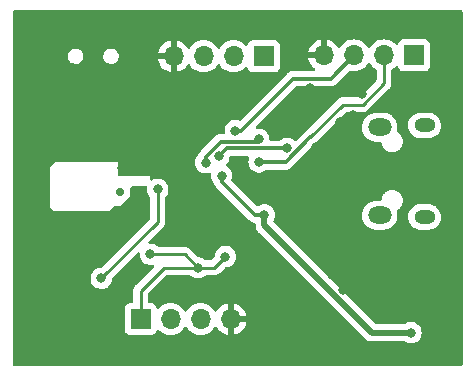
<source format=gbr>
%TF.GenerationSoftware,KiCad,Pcbnew,7.0.1*%
%TF.CreationDate,2024-04-05T01:09:51+05:30*%
%TF.ProjectId,stm32spi_new,73746d33-3273-4706-995f-6e65772e6b69,rev?*%
%TF.SameCoordinates,Original*%
%TF.FileFunction,Copper,L2,Bot*%
%TF.FilePolarity,Positive*%
%FSLAX46Y46*%
G04 Gerber Fmt 4.6, Leading zero omitted, Abs format (unit mm)*
G04 Created by KiCad (PCBNEW 7.0.1) date 2024-04-05 01:09:51*
%MOMM*%
%LPD*%
G01*
G04 APERTURE LIST*
%TA.AperFunction,ComponentPad*%
%ADD10O,1.700000X1.700000*%
%TD*%
%TA.AperFunction,ComponentPad*%
%ADD11R,1.700000X1.700000*%
%TD*%
%TA.AperFunction,ComponentPad*%
%ADD12O,1.800000X1.150000*%
%TD*%
%TA.AperFunction,ComponentPad*%
%ADD13O,2.000000X1.450000*%
%TD*%
%TA.AperFunction,ViaPad*%
%ADD14C,0.800000*%
%TD*%
%TA.AperFunction,ViaPad*%
%ADD15C,0.700000*%
%TD*%
%TA.AperFunction,Conductor*%
%ADD16C,0.250000*%
%TD*%
%TA.AperFunction,Conductor*%
%ADD17C,0.300000*%
%TD*%
%TA.AperFunction,Conductor*%
%ADD18C,0.500000*%
%TD*%
G04 APERTURE END LIST*
D10*
%TO.P,UART,4,Pin_4*%
%TO.N,GND*%
X154880000Y-91390000D03*
%TO.P,UART,3,Pin_3*%
%TO.N,/USART1_RX*%
X157420000Y-91390000D03*
%TO.P,UART,2,Pin_2*%
%TO.N,/USART1_TX*%
X159960000Y-91390000D03*
D11*
%TO.P,UART,1,Pin_1*%
%TO.N,3.3V*%
X162500000Y-91390000D03*
%TD*%
D12*
%TO.P,J1,6,Shield*%
%TO.N,unconnected-(J1-Shield-Pad6)*%
X176120000Y-104995000D03*
D13*
X172320000Y-104845000D03*
X172320000Y-97395000D03*
D12*
X176120000Y-97245000D03*
%TD*%
D10*
%TO.P,SWD,4,Pin_4*%
%TO.N,GND*%
X167600000Y-91310000D03*
%TO.P,SWD,3,Pin_3*%
%TO.N,/SWCLK*%
X170140000Y-91310000D03*
%TO.P,SWD,2,Pin_2*%
%TO.N,/SWDID*%
X172680000Y-91310000D03*
D11*
%TO.P,SWD,1,Pin_1*%
%TO.N,3.3V*%
X175220000Y-91310000D03*
%TD*%
D10*
%TO.P,I2C,4,Pin_4*%
%TO.N,GND*%
X159700000Y-113640000D03*
%TO.P,I2C,3,Pin_3*%
%TO.N,/I2C2_SDA*%
X157160000Y-113640000D03*
%TO.P,I2C,2,Pin_2*%
%TO.N,/I2C2_SCL*%
X154620000Y-113640000D03*
D11*
%TO.P,I2C,1,Pin_1*%
%TO.N,3.3V*%
X152080000Y-113640000D03*
%TD*%
D14*
%TO.N,3.3V*%
X159250000Y-108350000D03*
X156940000Y-109290000D03*
X152900000Y-108160000D03*
%TO.N,/NRST*%
X153527363Y-102659681D03*
X148740000Y-110190000D03*
%TO.N,VBUS*%
X174970000Y-114790000D03*
X162560000Y-104820000D03*
X158930000Y-101500000D03*
%TO.N,/SWDID*%
X162100000Y-100350000D03*
%TO.N,/SWCLK*%
X160090000Y-97690000D03*
%TO.N,CE*%
X158700000Y-99870000D03*
X164460000Y-99180000D03*
%TO.N,SCK*%
X162080000Y-98430500D03*
X157570000Y-100390000D03*
%TO.N,GND*%
X166910000Y-99040000D03*
X170060000Y-99820000D03*
X168970000Y-98170000D03*
X151810000Y-109450000D03*
X158590000Y-104750000D03*
X154340000Y-95990000D03*
X171080000Y-110030000D03*
X169720000Y-110030000D03*
X170800000Y-94550000D03*
X168260000Y-105250000D03*
D15*
X150345628Y-102865128D03*
D14*
X172400000Y-110270000D03*
X150490000Y-100820000D03*
X171080000Y-108860000D03*
X167030000Y-104750000D03*
X166380000Y-94040000D03*
X169210000Y-111140000D03*
X149250000Y-107250000D03*
X172400000Y-111740000D03*
X168950000Y-96950000D03*
X170090000Y-97530000D03*
X145380000Y-106970000D03*
X170100000Y-96350000D03*
X150340000Y-94330000D03*
X169720000Y-108870000D03*
X168330000Y-108630000D03*
X170080000Y-98750000D03*
X167990000Y-99040000D03*
X150350000Y-98060000D03*
X164890000Y-97090000D03*
X163470000Y-97090000D03*
X171190000Y-99820000D03*
X149180000Y-98070000D03*
X160810000Y-94070000D03*
X168320000Y-109950000D03*
X148540000Y-106720000D03*
X172390000Y-108850000D03*
%TD*%
D16*
%TO.N,3.3V*%
X154020000Y-109290000D02*
X152080000Y-111230000D01*
X152080000Y-111230000D02*
X152080000Y-113640000D01*
X156940000Y-109290000D02*
X158310000Y-109290000D01*
X158310000Y-109290000D02*
X159250000Y-108350000D01*
X156940000Y-109290000D02*
X154020000Y-109290000D01*
X156940000Y-109290000D02*
X155810000Y-108160000D01*
X155810000Y-108160000D02*
X152900000Y-108160000D01*
%TO.N,/NRST*%
X153527363Y-102659681D02*
X153527363Y-105402637D01*
X153527363Y-105402637D02*
X148740000Y-110190000D01*
D17*
%TO.N,VBUS*%
X158930000Y-101500000D02*
X158930000Y-102000000D01*
D18*
X162560000Y-105692082D02*
X171657918Y-114790000D01*
D17*
X158930000Y-102000000D02*
X161750000Y-104820000D01*
D18*
X171657918Y-114790000D02*
X174970000Y-114790000D01*
D17*
X161750000Y-104820000D02*
X162560000Y-104820000D01*
D18*
X162560000Y-104820000D02*
X162560000Y-105692082D01*
D16*
%TO.N,/SWDID*%
X172680000Y-91310000D02*
X172680000Y-93695305D01*
X172680000Y-93695305D02*
X170895305Y-95480000D01*
X170895305Y-95480000D02*
X169220661Y-95480000D01*
D17*
X166455000Y-98245661D02*
X164350661Y-100350000D01*
D16*
X169220661Y-95480000D02*
X166455000Y-98245661D01*
D17*
X164350661Y-100350000D02*
X162100000Y-100350000D01*
%TO.N,/SWCLK*%
X164980000Y-93290000D02*
X168160000Y-93290000D01*
X160580000Y-97690000D02*
X164980000Y-93290000D01*
X168160000Y-93290000D02*
X170140000Y-91310000D01*
X160090000Y-97690000D02*
X160580000Y-97690000D01*
%TO.N,CE*%
X158700000Y-99870000D02*
X159390000Y-99180000D01*
X159390000Y-99180000D02*
X164460000Y-99180000D01*
%TO.N,SCK*%
X157570000Y-100390000D02*
X157570000Y-99939339D01*
X157570000Y-99939339D02*
X158899339Y-98610000D01*
X158899339Y-98610000D02*
X162080000Y-98610000D01*
X162080000Y-98610000D02*
X162080000Y-98430500D01*
%TD*%
%TA.AperFunction,Conductor*%
%TO.N,GND*%
G36*
X171467257Y-91956975D02*
G01*
X171511573Y-91995839D01*
X171641505Y-92181401D01*
X171808599Y-92348495D01*
X172001625Y-92483653D01*
X172040489Y-92527970D01*
X172054500Y-92585227D01*
X172054500Y-93384853D01*
X172045061Y-93432306D01*
X172018181Y-93472534D01*
X170672533Y-94818181D01*
X170632305Y-94845061D01*
X170584852Y-94854500D01*
X169303401Y-94854500D01*
X169282897Y-94852236D01*
X169212805Y-94854439D01*
X169208911Y-94854500D01*
X169181309Y-94854500D01*
X169177314Y-94855004D01*
X169165690Y-94855918D01*
X169122033Y-94857290D01*
X169102796Y-94862879D01*
X169083755Y-94866822D01*
X169063869Y-94869335D01*
X169023243Y-94885419D01*
X169012198Y-94889200D01*
X168970274Y-94901381D01*
X168953026Y-94911581D01*
X168935564Y-94920135D01*
X168923576Y-94924881D01*
X168916926Y-94927515D01*
X168881587Y-94953189D01*
X168871829Y-94959599D01*
X168834240Y-94981829D01*
X168820071Y-94995998D01*
X168805283Y-95008628D01*
X168789074Y-95020405D01*
X168761233Y-95054058D01*
X168753372Y-95062696D01*
X166150738Y-97665330D01*
X166126179Y-97684380D01*
X166053134Y-97727579D01*
X165256689Y-98524024D01*
X165199005Y-98556660D01*
X165132752Y-98554924D01*
X165076857Y-98519314D01*
X165065871Y-98507112D01*
X165065870Y-98507111D01*
X165065868Y-98507109D01*
X164912730Y-98395848D01*
X164739802Y-98318855D01*
X164554648Y-98279500D01*
X164554646Y-98279500D01*
X164365354Y-98279500D01*
X164365352Y-98279500D01*
X164180197Y-98318855D01*
X164007272Y-98395847D01*
X163940537Y-98444332D01*
X163855907Y-98505819D01*
X163821343Y-98523431D01*
X163783025Y-98529500D01*
X163107515Y-98529500D01*
X163049300Y-98514985D01*
X163004714Y-98474840D01*
X162984194Y-98418463D01*
X162965674Y-98242244D01*
X162916830Y-98091919D01*
X162907179Y-98062215D01*
X162812533Y-97898283D01*
X162685870Y-97757610D01*
X162532730Y-97646348D01*
X162359802Y-97569355D01*
X162174648Y-97530000D01*
X162174646Y-97530000D01*
X161985354Y-97530000D01*
X161985350Y-97530000D01*
X161981571Y-97530803D01*
X161918710Y-97527837D01*
X161865401Y-97494394D01*
X161835374Y-97439088D01*
X161836363Y-97376165D01*
X161868112Y-97321833D01*
X165213126Y-93976819D01*
X165253355Y-93949939D01*
X165300808Y-93940500D01*
X168074495Y-93940500D01*
X168095704Y-93942841D01*
X168098294Y-93942759D01*
X168098296Y-93942760D01*
X168168262Y-93940560D01*
X168172157Y-93940500D01*
X168200920Y-93940500D01*
X168200925Y-93940500D01*
X168205302Y-93939946D01*
X168216941Y-93939030D01*
X168262569Y-93937597D01*
X168282949Y-93931675D01*
X168301989Y-93927732D01*
X168323058Y-93925071D01*
X168365520Y-93908258D01*
X168376557Y-93904480D01*
X168420398Y-93891744D01*
X168438670Y-93880936D01*
X168456136Y-93872380D01*
X168475871Y-93864568D01*
X168512816Y-93837725D01*
X168522548Y-93831332D01*
X168561865Y-93808081D01*
X168576874Y-93793071D01*
X168591663Y-93780439D01*
X168608837Y-93767963D01*
X168637946Y-93732774D01*
X168645790Y-93724154D01*
X169712237Y-92657707D01*
X169767822Y-92625615D01*
X169832009Y-92625615D01*
X169888622Y-92640784D01*
X169904592Y-92645063D01*
X170140000Y-92665659D01*
X170375408Y-92645063D01*
X170603663Y-92583903D01*
X170817830Y-92484035D01*
X171011401Y-92348495D01*
X171178495Y-92181401D01*
X171308426Y-91995839D01*
X171352743Y-91956975D01*
X171410000Y-91942964D01*
X171467257Y-91956975D01*
G37*
%TD.AperFunction*%
%TA.AperFunction,Conductor*%
G36*
X179277500Y-87497113D02*
G01*
X179322887Y-87542500D01*
X179339500Y-87604500D01*
X179339500Y-117510500D01*
X179322887Y-117572500D01*
X179277500Y-117617887D01*
X179215500Y-117634500D01*
X141404500Y-117634500D01*
X141342500Y-117617887D01*
X141297113Y-117572500D01*
X141280500Y-117510500D01*
X141280500Y-104170000D01*
X144420000Y-104170000D01*
X144760000Y-104510000D01*
X149360000Y-104510000D01*
X149723681Y-104146318D01*
X149763909Y-104119439D01*
X149811362Y-104110000D01*
X150310000Y-104110000D01*
X151180000Y-103240000D01*
X151180000Y-102641362D01*
X151189439Y-102593909D01*
X151216319Y-102553681D01*
X151373681Y-102396319D01*
X151413909Y-102369439D01*
X151461362Y-102360000D01*
X152515685Y-102360000D01*
X152581395Y-102378842D01*
X152627135Y-102429642D01*
X152639005Y-102496958D01*
X152633044Y-102553681D01*
X152621903Y-102659681D01*
X152641689Y-102847938D01*
X152700183Y-103027965D01*
X152794827Y-103191894D01*
X152794830Y-103191897D01*
X152870015Y-103275398D01*
X152893627Y-103313930D01*
X152901863Y-103358368D01*
X152901863Y-105092185D01*
X152892424Y-105139638D01*
X152865544Y-105179866D01*
X148792228Y-109253181D01*
X148752000Y-109280061D01*
X148704547Y-109289500D01*
X148645352Y-109289500D01*
X148460197Y-109328855D01*
X148287269Y-109405848D01*
X148134129Y-109517110D01*
X148007466Y-109657783D01*
X147912820Y-109821715D01*
X147854326Y-110001742D01*
X147834540Y-110190000D01*
X147854326Y-110378257D01*
X147912820Y-110558284D01*
X148007466Y-110722216D01*
X148134129Y-110862889D01*
X148287269Y-110974151D01*
X148460197Y-111051144D01*
X148645352Y-111090500D01*
X148645354Y-111090500D01*
X148834646Y-111090500D01*
X148834648Y-111090500D01*
X148958084Y-111064262D01*
X149019803Y-111051144D01*
X149192730Y-110974151D01*
X149282315Y-110909064D01*
X149345870Y-110862889D01*
X149472533Y-110722216D01*
X149567179Y-110558284D01*
X149567178Y-110558284D01*
X149625674Y-110378256D01*
X149643321Y-110210344D01*
X149654721Y-110169925D01*
X149678958Y-110135630D01*
X151786864Y-108027724D01*
X151838703Y-107996700D01*
X151899052Y-107993853D01*
X151953582Y-108019862D01*
X151989350Y-108068553D01*
X151997864Y-108128366D01*
X151994540Y-108159997D01*
X151994540Y-108160000D01*
X152009379Y-108301192D01*
X152014326Y-108348257D01*
X152072820Y-108528284D01*
X152167466Y-108692216D01*
X152294129Y-108832889D01*
X152447269Y-108944151D01*
X152620197Y-109021144D01*
X152805352Y-109060500D01*
X152805354Y-109060500D01*
X152994646Y-109060500D01*
X152994647Y-109060500D01*
X153055384Y-109047590D01*
X153118246Y-109050554D01*
X153171557Y-109083996D01*
X153201586Y-109139302D01*
X153200597Y-109202226D01*
X153168846Y-109256561D01*
X151696208Y-110729199D01*
X151680110Y-110742096D01*
X151632096Y-110793225D01*
X151629391Y-110796017D01*
X151609874Y-110815534D01*
X151607415Y-110818705D01*
X151599842Y-110827572D01*
X151569935Y-110859420D01*
X151560285Y-110876974D01*
X151549609Y-110893228D01*
X151537326Y-110909063D01*
X151519975Y-110949158D01*
X151514838Y-110959644D01*
X151493802Y-110997907D01*
X151488821Y-111017309D01*
X151482520Y-111035711D01*
X151474561Y-111054102D01*
X151467728Y-111097242D01*
X151465360Y-111108674D01*
X151454500Y-111150978D01*
X151454500Y-111171016D01*
X151452973Y-111190415D01*
X151449840Y-111210194D01*
X151453950Y-111253675D01*
X151454500Y-111265344D01*
X151454500Y-112165501D01*
X151437887Y-112227501D01*
X151392500Y-112272888D01*
X151330500Y-112289501D01*
X151182128Y-112289501D01*
X151152322Y-112292704D01*
X151122515Y-112295909D01*
X150987669Y-112346204D01*
X150872454Y-112432454D01*
X150786204Y-112547668D01*
X150735909Y-112682516D01*
X150729500Y-112742130D01*
X150729500Y-114537869D01*
X150735909Y-114597484D01*
X150737498Y-114601744D01*
X150786204Y-114732331D01*
X150872454Y-114847546D01*
X150987669Y-114933796D01*
X151122517Y-114984091D01*
X151182127Y-114990500D01*
X152977872Y-114990499D01*
X153037483Y-114984091D01*
X153172331Y-114933796D01*
X153287546Y-114847546D01*
X153373796Y-114732331D01*
X153422810Y-114600916D01*
X153457789Y-114550537D01*
X153512634Y-114523084D01*
X153573927Y-114525273D01*
X153626673Y-114556569D01*
X153748599Y-114678495D01*
X153942170Y-114814035D01*
X154156337Y-114913903D01*
X154384592Y-114975063D01*
X154620000Y-114995659D01*
X154855408Y-114975063D01*
X155083663Y-114913903D01*
X155297830Y-114814035D01*
X155491401Y-114678495D01*
X155658495Y-114511401D01*
X155788426Y-114325839D01*
X155832743Y-114286975D01*
X155890000Y-114272964D01*
X155947257Y-114286975D01*
X155991573Y-114325839D01*
X156121505Y-114511401D01*
X156288599Y-114678495D01*
X156482170Y-114814035D01*
X156696337Y-114913903D01*
X156924592Y-114975063D01*
X157160000Y-114995659D01*
X157395408Y-114975063D01*
X157623663Y-114913903D01*
X157837830Y-114814035D01*
X158031401Y-114678495D01*
X158198495Y-114511401D01*
X158328732Y-114325402D01*
X158373048Y-114286539D01*
X158430305Y-114272528D01*
X158487562Y-114286539D01*
X158531880Y-114325404D01*
X158661893Y-114511081D01*
X158828918Y-114678106D01*
X159022423Y-114813600D01*
X159236507Y-114913430D01*
X159449999Y-114970635D01*
X159450000Y-114970636D01*
X159450000Y-113890000D01*
X159950000Y-113890000D01*
X159950000Y-114970635D01*
X160163492Y-114913430D01*
X160377576Y-114813600D01*
X160571081Y-114678106D01*
X160738106Y-114511081D01*
X160873600Y-114317576D01*
X160973430Y-114103492D01*
X161030636Y-113890000D01*
X159950000Y-113890000D01*
X159450000Y-113890000D01*
X159450000Y-112309364D01*
X159950000Y-112309364D01*
X159950000Y-113390000D01*
X161030636Y-113390000D01*
X161030635Y-113389999D01*
X160973430Y-113176507D01*
X160873599Y-112962421D01*
X160738109Y-112768921D01*
X160571081Y-112601893D01*
X160377576Y-112466399D01*
X160163492Y-112366569D01*
X159950000Y-112309364D01*
X159450000Y-112309364D01*
X159449999Y-112309364D01*
X159236507Y-112366569D01*
X159022421Y-112466400D01*
X158828921Y-112601890D01*
X158661893Y-112768918D01*
X158531880Y-112954596D01*
X158487562Y-112993461D01*
X158430305Y-113007472D01*
X158373048Y-112993461D01*
X158328730Y-112954595D01*
X158198494Y-112768598D01*
X158031404Y-112601508D01*
X158031401Y-112601505D01*
X157837830Y-112465965D01*
X157623663Y-112366097D01*
X157562501Y-112349709D01*
X157395407Y-112304936D01*
X157160000Y-112284340D01*
X156924592Y-112304936D01*
X156696336Y-112366097D01*
X156482170Y-112465965D01*
X156288598Y-112601505D01*
X156121505Y-112768598D01*
X155991575Y-112954159D01*
X155947257Y-112993025D01*
X155890000Y-113007036D01*
X155832743Y-112993025D01*
X155788425Y-112954159D01*
X155658494Y-112768598D01*
X155491404Y-112601508D01*
X155491401Y-112601505D01*
X155297830Y-112465965D01*
X155083663Y-112366097D01*
X155022501Y-112349709D01*
X154855407Y-112304936D01*
X154620000Y-112284340D01*
X154384592Y-112304936D01*
X154156336Y-112366097D01*
X153942170Y-112465965D01*
X153748601Y-112601503D01*
X153626673Y-112723431D01*
X153573926Y-112754726D01*
X153512634Y-112756915D01*
X153457789Y-112729462D01*
X153422810Y-112679082D01*
X153394019Y-112601890D01*
X153373796Y-112547669D01*
X153287546Y-112432454D01*
X153172331Y-112346204D01*
X153037483Y-112295909D01*
X152977873Y-112289500D01*
X152977869Y-112289500D01*
X152829500Y-112289500D01*
X152767500Y-112272887D01*
X152722113Y-112227500D01*
X152705500Y-112165500D01*
X152705500Y-111540452D01*
X152714939Y-111492999D01*
X152741819Y-111452771D01*
X154242772Y-109951819D01*
X154283000Y-109924939D01*
X154330453Y-109915500D01*
X156236253Y-109915500D01*
X156286688Y-109926220D01*
X156328401Y-109956526D01*
X156334129Y-109962888D01*
X156487270Y-110074151D01*
X156487271Y-110074151D01*
X156487272Y-110074152D01*
X156660197Y-110151144D01*
X156845352Y-110190500D01*
X156845354Y-110190500D01*
X157034646Y-110190500D01*
X157034648Y-110190500D01*
X157158084Y-110164262D01*
X157219803Y-110151144D01*
X157392730Y-110074151D01*
X157545871Y-109962888D01*
X157551598Y-109956526D01*
X157593312Y-109926220D01*
X157643747Y-109915500D01*
X158227256Y-109915500D01*
X158247762Y-109917764D01*
X158250665Y-109917672D01*
X158250667Y-109917673D01*
X158317872Y-109915561D01*
X158321768Y-109915500D01*
X158349349Y-109915500D01*
X158349350Y-109915500D01*
X158353319Y-109914998D01*
X158364965Y-109914080D01*
X158408627Y-109912709D01*
X158427859Y-109907120D01*
X158446918Y-109903174D01*
X158453196Y-109902381D01*
X158466792Y-109900664D01*
X158507407Y-109884582D01*
X158518444Y-109880803D01*
X158560390Y-109868618D01*
X158577629Y-109858422D01*
X158595102Y-109849862D01*
X158613732Y-109842486D01*
X158649064Y-109816814D01*
X158658830Y-109810400D01*
X158696418Y-109788171D01*
X158696417Y-109788171D01*
X158696420Y-109788170D01*
X158710585Y-109774004D01*
X158725373Y-109761373D01*
X158741587Y-109749594D01*
X158769438Y-109715926D01*
X158777279Y-109707309D01*
X159197770Y-109286819D01*
X159237999Y-109259939D01*
X159285452Y-109250500D01*
X159344648Y-109250500D01*
X159468083Y-109224262D01*
X159529803Y-109211144D01*
X159702730Y-109134151D01*
X159771763Y-109083996D01*
X159855870Y-109022889D01*
X159982533Y-108882216D01*
X160077179Y-108718284D01*
X160085649Y-108692216D01*
X160135674Y-108538256D01*
X160155460Y-108350000D01*
X160135674Y-108161744D01*
X160092129Y-108027726D01*
X160077179Y-107981715D01*
X159982533Y-107817783D01*
X159855870Y-107677110D01*
X159702730Y-107565848D01*
X159529802Y-107488855D01*
X159344648Y-107449500D01*
X159344646Y-107449500D01*
X159155354Y-107449500D01*
X159155352Y-107449500D01*
X158970197Y-107488855D01*
X158797269Y-107565848D01*
X158644129Y-107677110D01*
X158517466Y-107817783D01*
X158422820Y-107981715D01*
X158364326Y-108161742D01*
X158346679Y-108329650D01*
X158335279Y-108370071D01*
X158311039Y-108404369D01*
X158087228Y-108628181D01*
X158047000Y-108655061D01*
X157999547Y-108664500D01*
X157643747Y-108664500D01*
X157593312Y-108653780D01*
X157551598Y-108623473D01*
X157545871Y-108617112D01*
X157392730Y-108505849D01*
X157392729Y-108505848D01*
X157392727Y-108505847D01*
X157219802Y-108428855D01*
X157034648Y-108389500D01*
X157034646Y-108389500D01*
X156975453Y-108389500D01*
X156928000Y-108380061D01*
X156887772Y-108353181D01*
X156310802Y-107776211D01*
X156297906Y-107760113D01*
X156246775Y-107712098D01*
X156243978Y-107709387D01*
X156224470Y-107689879D01*
X156221290Y-107687412D01*
X156212424Y-107679839D01*
X156180582Y-107649938D01*
X156163024Y-107640285D01*
X156146764Y-107629604D01*
X156130936Y-107617327D01*
X156090851Y-107599980D01*
X156080361Y-107594841D01*
X156042091Y-107573802D01*
X156022691Y-107568821D01*
X156004284Y-107562519D01*
X155985897Y-107554562D01*
X155942758Y-107547729D01*
X155931324Y-107545361D01*
X155889019Y-107534500D01*
X155868984Y-107534500D01*
X155849586Y-107532973D01*
X155842162Y-107531797D01*
X155829805Y-107529840D01*
X155829804Y-107529840D01*
X155796751Y-107532964D01*
X155786325Y-107533950D01*
X155774656Y-107534500D01*
X153603747Y-107534500D01*
X153553312Y-107523780D01*
X153511598Y-107493473D01*
X153505871Y-107487112D01*
X153352730Y-107375849D01*
X153352729Y-107375848D01*
X153352727Y-107375847D01*
X153179802Y-107298855D01*
X152994648Y-107259500D01*
X152994646Y-107259500D01*
X152854451Y-107259500D01*
X152798156Y-107245985D01*
X152754133Y-107208385D01*
X152731978Y-107154898D01*
X152736520Y-107097182D01*
X152766770Y-107047819D01*
X152766770Y-107047818D01*
X153911149Y-105903439D01*
X153927250Y-105890541D01*
X153929237Y-105888424D01*
X153929240Y-105888423D01*
X153975295Y-105839378D01*
X153977976Y-105836613D01*
X153997483Y-105817107D01*
X153999944Y-105813932D01*
X154007515Y-105805068D01*
X154037425Y-105773219D01*
X154047076Y-105755663D01*
X154057756Y-105739404D01*
X154070037Y-105723573D01*
X154087381Y-105683488D01*
X154092523Y-105672993D01*
X154094111Y-105670105D01*
X154113560Y-105634729D01*
X154118541Y-105615325D01*
X154124843Y-105596920D01*
X154132801Y-105578532D01*
X154139633Y-105535385D01*
X154142002Y-105523953D01*
X154152863Y-105481657D01*
X154152863Y-105461621D01*
X154154390Y-105442222D01*
X154154551Y-105441208D01*
X154157523Y-105422441D01*
X154153413Y-105378962D01*
X154152863Y-105367293D01*
X154152863Y-103358368D01*
X154161099Y-103313930D01*
X154184710Y-103275398D01*
X154259896Y-103191897D01*
X154274115Y-103167270D01*
X154354542Y-103027965D01*
X154369355Y-102982376D01*
X154413037Y-102847937D01*
X154432823Y-102659681D01*
X154413037Y-102471425D01*
X154362494Y-102315871D01*
X154354542Y-102291396D01*
X154259896Y-102127464D01*
X154133233Y-101986791D01*
X153980093Y-101875529D01*
X153807165Y-101798536D01*
X153622011Y-101759181D01*
X153622009Y-101759181D01*
X153432717Y-101759181D01*
X153432715Y-101759181D01*
X153247560Y-101798536D01*
X153074632Y-101875529D01*
X153056886Y-101888423D01*
X152993730Y-101911724D01*
X152927706Y-101898591D01*
X152878273Y-101852896D01*
X152860000Y-101788106D01*
X152860000Y-101570001D01*
X152859999Y-101569999D01*
X152850000Y-101560000D01*
X150304000Y-101560000D01*
X150242000Y-101543387D01*
X150196613Y-101498000D01*
X150180000Y-101436000D01*
X150180000Y-100390000D01*
X156664540Y-100390000D01*
X156684326Y-100578257D01*
X156742820Y-100758284D01*
X156837466Y-100922216D01*
X156964129Y-101062889D01*
X157117269Y-101174151D01*
X157290197Y-101251144D01*
X157475352Y-101290500D01*
X157475354Y-101290500D01*
X157664646Y-101290500D01*
X157664648Y-101290500D01*
X157849800Y-101251145D01*
X157849801Y-101251144D01*
X157849803Y-101251144D01*
X157864350Y-101244666D01*
X157927747Y-101234625D01*
X157987671Y-101257627D01*
X158028066Y-101307510D01*
X158038108Y-101370907D01*
X158024540Y-101499999D01*
X158044326Y-101688257D01*
X158102820Y-101868284D01*
X158197466Y-102032215D01*
X158265605Y-102107890D01*
X158286201Y-102139243D01*
X158288869Y-102148611D01*
X158289163Y-102148495D01*
X158311737Y-102205514D01*
X158315520Y-102216563D01*
X158328256Y-102260400D01*
X158339061Y-102278670D01*
X158347621Y-102296143D01*
X158355431Y-102315869D01*
X158382267Y-102352808D01*
X158388673Y-102362560D01*
X158411919Y-102401865D01*
X158411921Y-102401866D01*
X158411921Y-102401867D01*
X158426925Y-102416871D01*
X158439564Y-102431669D01*
X158452037Y-102448837D01*
X158487212Y-102477936D01*
X158495854Y-102485800D01*
X161229564Y-105219510D01*
X161242912Y-105236169D01*
X161295831Y-105285864D01*
X161298628Y-105288575D01*
X161318961Y-105308908D01*
X161322442Y-105311608D01*
X161331325Y-105319194D01*
X161364607Y-105350448D01*
X161375251Y-105356299D01*
X161383204Y-105360672D01*
X161399464Y-105371352D01*
X161416236Y-105384362D01*
X161458140Y-105402495D01*
X161468620Y-105407629D01*
X161508632Y-105429627D01*
X161529195Y-105434906D01*
X161547598Y-105441207D01*
X161567073Y-105449635D01*
X161612175Y-105456778D01*
X161623570Y-105459137D01*
X161667823Y-105470500D01*
X161685500Y-105470500D01*
X161747500Y-105487113D01*
X161792887Y-105532500D01*
X161809500Y-105594500D01*
X161809500Y-105628376D01*
X161808191Y-105646346D01*
X161804711Y-105670105D01*
X161809028Y-105719451D01*
X161809500Y-105730258D01*
X161809500Y-105735790D01*
X161813098Y-105766578D01*
X161813464Y-105770163D01*
X161817571Y-105817110D01*
X161820110Y-105846123D01*
X161824329Y-105865153D01*
X161824758Y-105866333D01*
X161824759Y-105866337D01*
X161850413Y-105936824D01*
X161851582Y-105940189D01*
X161875580Y-106012606D01*
X161884075Y-106030154D01*
X161925979Y-106093866D01*
X161927889Y-106096864D01*
X161967288Y-106160738D01*
X161967952Y-106161814D01*
X161980253Y-106176912D01*
X161981168Y-106177775D01*
X161981170Y-106177778D01*
X162035708Y-106229232D01*
X162038295Y-106231745D01*
X171082187Y-115275637D01*
X171093969Y-115289270D01*
X171108307Y-115308529D01*
X171146255Y-115340372D01*
X171154229Y-115347680D01*
X171158139Y-115351590D01*
X171182455Y-115370816D01*
X171185254Y-115373096D01*
X171243670Y-115422113D01*
X171260097Y-115432578D01*
X171329238Y-115464819D01*
X171332485Y-115466391D01*
X171400617Y-115500609D01*
X171419005Y-115507000D01*
X171420241Y-115507255D01*
X171420245Y-115507257D01*
X171493813Y-115522447D01*
X171497160Y-115523189D01*
X171570197Y-115540500D01*
X171570199Y-115540500D01*
X171571427Y-115540791D01*
X171590796Y-115542770D01*
X171592058Y-115542733D01*
X171592062Y-115542734D01*
X171664451Y-115540627D01*
X171667049Y-115540552D01*
X171670655Y-115540500D01*
X174430663Y-115540500D01*
X174468982Y-115546569D01*
X174503550Y-115564183D01*
X174517271Y-115574152D01*
X174690197Y-115651144D01*
X174875352Y-115690500D01*
X174875354Y-115690500D01*
X175064646Y-115690500D01*
X175064648Y-115690500D01*
X175188084Y-115664262D01*
X175249803Y-115651144D01*
X175422730Y-115574151D01*
X175460694Y-115546569D01*
X175575870Y-115462889D01*
X175702533Y-115322216D01*
X175797179Y-115158284D01*
X175850019Y-114995659D01*
X175855674Y-114978256D01*
X175875460Y-114790000D01*
X175855674Y-114601744D01*
X175797179Y-114421716D01*
X175797179Y-114421715D01*
X175702533Y-114257783D01*
X175575870Y-114117110D01*
X175422730Y-114005848D01*
X175249802Y-113928855D01*
X175064648Y-113889500D01*
X175064646Y-113889500D01*
X174875354Y-113889500D01*
X174875352Y-113889500D01*
X174690197Y-113928855D01*
X174517271Y-114005847D01*
X174503550Y-114015817D01*
X174468982Y-114033431D01*
X174430663Y-114039500D01*
X172020148Y-114039500D01*
X171972695Y-114030061D01*
X171932467Y-114003181D01*
X163355775Y-105426489D01*
X163326934Y-105381218D01*
X163319928Y-105328000D01*
X163336067Y-105276811D01*
X163387179Y-105188284D01*
X163445674Y-105008256D01*
X163457031Y-104900202D01*
X170815785Y-104900202D01*
X170845397Y-105118803D01*
X170909208Y-105315195D01*
X170913564Y-105328599D01*
X171018097Y-105522853D01*
X171135527Y-105670105D01*
X171155635Y-105695320D01*
X171321758Y-105840457D01*
X171511126Y-105953600D01*
X171717653Y-106031111D01*
X171934702Y-106070500D01*
X171934703Y-106070500D01*
X172650029Y-106070500D01*
X172650032Y-106070500D01*
X172814706Y-106055679D01*
X173027350Y-105996993D01*
X173226098Y-105901281D01*
X173404563Y-105771619D01*
X173557007Y-105612175D01*
X173678531Y-105428073D01*
X173743185Y-105276807D01*
X173765230Y-105225232D01*
X173784766Y-105139638D01*
X173814317Y-105010168D01*
X173817307Y-104943593D01*
X174715832Y-104943593D01*
X174725605Y-105148756D01*
X174774029Y-105348362D01*
X174811141Y-105429627D01*
X174859354Y-105535199D01*
X174955421Y-105670105D01*
X174978494Y-105702506D01*
X175127146Y-105844245D01*
X175219946Y-105903884D01*
X175297304Y-105953600D01*
X175299936Y-105955291D01*
X175490618Y-106031629D01*
X175692302Y-106070500D01*
X176496227Y-106070500D01*
X176496232Y-106070500D01*
X176649466Y-106055868D01*
X176846541Y-105998001D01*
X177029104Y-105903884D01*
X177190556Y-105776916D01*
X177325061Y-105621689D01*
X177427759Y-105443811D01*
X177494937Y-105249712D01*
X177524168Y-105046407D01*
X177514395Y-104841244D01*
X177465971Y-104641638D01*
X177380647Y-104454804D01*
X177380646Y-104454803D01*
X177380645Y-104454800D01*
X177282487Y-104316958D01*
X177261506Y-104287494D01*
X177112854Y-104145755D01*
X177050769Y-104105855D01*
X176940065Y-104034709D01*
X176750593Y-103958856D01*
X176749382Y-103958371D01*
X176749381Y-103958370D01*
X176749379Y-103958370D01*
X176547698Y-103919500D01*
X175743768Y-103919500D01*
X175647996Y-103928644D01*
X175590531Y-103934132D01*
X175393460Y-103991998D01*
X175210893Y-104086117D01*
X175049445Y-104213082D01*
X174914937Y-104368312D01*
X174812241Y-104546187D01*
X174745062Y-104740287D01*
X174722070Y-104900204D01*
X174715832Y-104943593D01*
X173817307Y-104943593D01*
X173824214Y-104789796D01*
X173794603Y-104571198D01*
X173783904Y-104538270D01*
X173778513Y-104486990D01*
X173794446Y-104437951D01*
X173828944Y-104399635D01*
X173855876Y-104380068D01*
X173866734Y-104373018D01*
X173902216Y-104352533D01*
X173932654Y-104325125D01*
X173942740Y-104316958D01*
X173975871Y-104292888D01*
X174003284Y-104262441D01*
X174012441Y-104253284D01*
X174042888Y-104225871D01*
X174066958Y-104192739D01*
X174075125Y-104182654D01*
X174102533Y-104152216D01*
X174123018Y-104116734D01*
X174130071Y-104105872D01*
X174154151Y-104072730D01*
X174170811Y-104035307D01*
X174176700Y-104023753D01*
X174197179Y-103988284D01*
X174206740Y-103958855D01*
X174209836Y-103949324D01*
X174214477Y-103937234D01*
X174231144Y-103899803D01*
X174239658Y-103859741D01*
X174243012Y-103847220D01*
X174255674Y-103808256D01*
X174259956Y-103767503D01*
X174261980Y-103754726D01*
X174270500Y-103714646D01*
X174270500Y-103673692D01*
X174271179Y-103660731D01*
X174275460Y-103620000D01*
X174271178Y-103579267D01*
X174270500Y-103566308D01*
X174270500Y-103525354D01*
X174261986Y-103485300D01*
X174259955Y-103472485D01*
X174255674Y-103431744D01*
X174243014Y-103392782D01*
X174239660Y-103380267D01*
X174231144Y-103340197D01*
X174214483Y-103302778D01*
X174209831Y-103290658D01*
X174197179Y-103251717D01*
X174197179Y-103251716D01*
X174176696Y-103216239D01*
X174170805Y-103204677D01*
X174165114Y-103191894D01*
X174154151Y-103167270D01*
X174130078Y-103134136D01*
X174123015Y-103123260D01*
X174102531Y-103087781D01*
X174075127Y-103057347D01*
X174066957Y-103047258D01*
X174042889Y-103014130D01*
X174042887Y-103014128D01*
X174012442Y-102986715D01*
X174003274Y-102977546D01*
X173975871Y-102947112D01*
X173942739Y-102923041D01*
X173932662Y-102914881D01*
X173902216Y-102887467D01*
X173902215Y-102887466D01*
X173866740Y-102866984D01*
X173855860Y-102859918D01*
X173822732Y-102835850D01*
X173822728Y-102835848D01*
X173785308Y-102819187D01*
X173773755Y-102813300D01*
X173738284Y-102792821D01*
X173699331Y-102780164D01*
X173687213Y-102775512D01*
X173649805Y-102758856D01*
X173628011Y-102754224D01*
X173609739Y-102750340D01*
X173597209Y-102746982D01*
X173558255Y-102734325D01*
X173517519Y-102730043D01*
X173504706Y-102728014D01*
X173464646Y-102719500D01*
X173275354Y-102719500D01*
X173275351Y-102719500D01*
X173235292Y-102728013D01*
X173222483Y-102730042D01*
X173181744Y-102734325D01*
X173142794Y-102746981D01*
X173130258Y-102750340D01*
X173090198Y-102758854D01*
X173052780Y-102775514D01*
X173040668Y-102780163D01*
X173001715Y-102792820D01*
X172966241Y-102813301D01*
X172954681Y-102819191D01*
X172917270Y-102835848D01*
X172884137Y-102859919D01*
X172873260Y-102866983D01*
X172837782Y-102887467D01*
X172807347Y-102914871D01*
X172797264Y-102923036D01*
X172764128Y-102947111D01*
X172736722Y-102977548D01*
X172727548Y-102986722D01*
X172697111Y-103014128D01*
X172673036Y-103047264D01*
X172664871Y-103057347D01*
X172637467Y-103087782D01*
X172616983Y-103123260D01*
X172609919Y-103134137D01*
X172585848Y-103167270D01*
X172569191Y-103204681D01*
X172563301Y-103216241D01*
X172542820Y-103251715D01*
X172530163Y-103290668D01*
X172525514Y-103302780D01*
X172508854Y-103340198D01*
X172500340Y-103380258D01*
X172496981Y-103392794D01*
X172484325Y-103431744D01*
X172480042Y-103472483D01*
X172478013Y-103485292D01*
X172470366Y-103521276D01*
X172446791Y-103571839D01*
X172403435Y-103606950D01*
X172349075Y-103619500D01*
X171989968Y-103619500D01*
X171919393Y-103625851D01*
X171825290Y-103634321D01*
X171612651Y-103693006D01*
X171413900Y-103788719D01*
X171235440Y-103918378D01*
X171082990Y-104077828D01*
X170961468Y-104261928D01*
X170874769Y-104464767D01*
X170825683Y-104679831D01*
X170815785Y-104900202D01*
X163457031Y-104900202D01*
X163465460Y-104820000D01*
X163445674Y-104631744D01*
X163406117Y-104510000D01*
X163387179Y-104451715D01*
X163292533Y-104287783D01*
X163165870Y-104147110D01*
X163012730Y-104035848D01*
X162839802Y-103958855D01*
X162654648Y-103919500D01*
X162654646Y-103919500D01*
X162465354Y-103919500D01*
X162465352Y-103919500D01*
X162280197Y-103958855D01*
X162107269Y-104035848D01*
X162064672Y-104066797D01*
X162011185Y-104088952D01*
X161953469Y-104084410D01*
X161904106Y-104054160D01*
X159801358Y-101951412D01*
X159768465Y-101892678D01*
X159771107Y-101825415D01*
X159815674Y-101688256D01*
X159835460Y-101500000D01*
X159815674Y-101311744D01*
X159757971Y-101134152D01*
X159757179Y-101131715D01*
X159662533Y-100967783D01*
X159535870Y-100827110D01*
X159382731Y-100715849D01*
X159372611Y-100711343D01*
X159326681Y-100676099D01*
X159301757Y-100623844D01*
X159303273Y-100565969D01*
X159330898Y-100515092D01*
X159432533Y-100402216D01*
X159527179Y-100238284D01*
X159585674Y-100058256D01*
X159589514Y-100021716D01*
X159597941Y-99941539D01*
X159618461Y-99885161D01*
X159663047Y-99845015D01*
X159721262Y-99830500D01*
X161151282Y-99830500D01*
X161207577Y-99844015D01*
X161251600Y-99881614D01*
X161273755Y-99935102D01*
X161269213Y-99992818D01*
X161214326Y-100161742D01*
X161194540Y-100350000D01*
X161214326Y-100538257D01*
X161272820Y-100718284D01*
X161367466Y-100882216D01*
X161494129Y-101022889D01*
X161647269Y-101134151D01*
X161820197Y-101211144D01*
X162005352Y-101250500D01*
X162005354Y-101250500D01*
X162194646Y-101250500D01*
X162194648Y-101250500D01*
X162318083Y-101224262D01*
X162379803Y-101211144D01*
X162552730Y-101134151D01*
X162704092Y-101024180D01*
X162738657Y-101006569D01*
X162776975Y-101000500D01*
X164265156Y-101000500D01*
X164286365Y-101002841D01*
X164288955Y-101002759D01*
X164288957Y-101002760D01*
X164358923Y-101000560D01*
X164362818Y-101000500D01*
X164391581Y-101000500D01*
X164391586Y-101000500D01*
X164395963Y-100999946D01*
X164407602Y-100999030D01*
X164453230Y-100997597D01*
X164473610Y-100991675D01*
X164492650Y-100987732D01*
X164513719Y-100985071D01*
X164556181Y-100968258D01*
X164567218Y-100964480D01*
X164611059Y-100951744D01*
X164629331Y-100940936D01*
X164646797Y-100932380D01*
X164666532Y-100924568D01*
X164703477Y-100897725D01*
X164713209Y-100891332D01*
X164752526Y-100868081D01*
X164767535Y-100853071D01*
X164782324Y-100840439D01*
X164799498Y-100827963D01*
X164828607Y-100792774D01*
X164836451Y-100784154D01*
X166943911Y-98676695D01*
X167019363Y-98579424D01*
X167020293Y-98577272D01*
X167046413Y-98538836D01*
X168135048Y-97450202D01*
X170815785Y-97450202D01*
X170845397Y-97668803D01*
X170913452Y-97878256D01*
X170913564Y-97878599D01*
X171018097Y-98072853D01*
X171123223Y-98204677D01*
X171155635Y-98245320D01*
X171321758Y-98390457D01*
X171511126Y-98503600D01*
X171717653Y-98581111D01*
X171934702Y-98620500D01*
X171934703Y-98620500D01*
X172349075Y-98620500D01*
X172403433Y-98633050D01*
X172446789Y-98668159D01*
X172470366Y-98718720D01*
X172478014Y-98754703D01*
X172480043Y-98767519D01*
X172484325Y-98808255D01*
X172496982Y-98847209D01*
X172500342Y-98859746D01*
X172508856Y-98899805D01*
X172525512Y-98937213D01*
X172530164Y-98949331D01*
X172542821Y-98988284D01*
X172563300Y-99023755D01*
X172569187Y-99035308D01*
X172585849Y-99072730D01*
X172585850Y-99072732D01*
X172609918Y-99105860D01*
X172616984Y-99116740D01*
X172637467Y-99152216D01*
X172664867Y-99182647D01*
X172664877Y-99182657D01*
X172673041Y-99192739D01*
X172697112Y-99225871D01*
X172727544Y-99253272D01*
X172736720Y-99262447D01*
X172764130Y-99292889D01*
X172797258Y-99316957D01*
X172807347Y-99325127D01*
X172837781Y-99352531D01*
X172837783Y-99352532D01*
X172837784Y-99352533D01*
X172873266Y-99373019D01*
X172884136Y-99380078D01*
X172917270Y-99404151D01*
X172954683Y-99420808D01*
X172966239Y-99426696D01*
X173001716Y-99447179D01*
X173040666Y-99459834D01*
X173052778Y-99464483D01*
X173090197Y-99481144D01*
X173130267Y-99489660D01*
X173142782Y-99493014D01*
X173181744Y-99505674D01*
X173222485Y-99509955D01*
X173235294Y-99511985D01*
X173275354Y-99520500D01*
X173322808Y-99520500D01*
X173464643Y-99520500D01*
X173464646Y-99520500D01*
X173504726Y-99511980D01*
X173517503Y-99509956D01*
X173558256Y-99505674D01*
X173597220Y-99493012D01*
X173609741Y-99489658D01*
X173635860Y-99484107D01*
X173649799Y-99481145D01*
X173649799Y-99481144D01*
X173649803Y-99481144D01*
X173687234Y-99464477D01*
X173699324Y-99459836D01*
X173738284Y-99447179D01*
X173773757Y-99426698D01*
X173785307Y-99420811D01*
X173822730Y-99404151D01*
X173855872Y-99380071D01*
X173866734Y-99373018D01*
X173902216Y-99352533D01*
X173932654Y-99325125D01*
X173942740Y-99316958D01*
X173942741Y-99316957D01*
X173975871Y-99292888D01*
X174003284Y-99262441D01*
X174012441Y-99253284D01*
X174042888Y-99225871D01*
X174066958Y-99192739D01*
X174075125Y-99182654D01*
X174102533Y-99152216D01*
X174123018Y-99116734D01*
X174130071Y-99105872D01*
X174154151Y-99072730D01*
X174170811Y-99035307D01*
X174176700Y-99023753D01*
X174197179Y-98988284D01*
X174209834Y-98949332D01*
X174209835Y-98949331D01*
X174209836Y-98949324D01*
X174214477Y-98937234D01*
X174231144Y-98899803D01*
X174239658Y-98859741D01*
X174243016Y-98847209D01*
X174255674Y-98808256D01*
X174259956Y-98767503D01*
X174261980Y-98754726D01*
X174270500Y-98714646D01*
X174270500Y-98673692D01*
X174271179Y-98660731D01*
X174274088Y-98633050D01*
X174275460Y-98620000D01*
X174271178Y-98579267D01*
X174270500Y-98566308D01*
X174270500Y-98525354D01*
X174268296Y-98514985D01*
X174261985Y-98485294D01*
X174259955Y-98472480D01*
X174255674Y-98431744D01*
X174243014Y-98392782D01*
X174239660Y-98380267D01*
X174231144Y-98340197D01*
X174214483Y-98302778D01*
X174209831Y-98290658D01*
X174206897Y-98281629D01*
X174197179Y-98251716D01*
X174176696Y-98216239D01*
X174170805Y-98204677D01*
X174154151Y-98167270D01*
X174130078Y-98134136D01*
X174123015Y-98123260D01*
X174102531Y-98087781D01*
X174075127Y-98057347D01*
X174066957Y-98047258D01*
X174042889Y-98014130D01*
X174036365Y-98008256D01*
X174012442Y-97986715D01*
X174003274Y-97977546D01*
X173975871Y-97947112D01*
X173942739Y-97923041D01*
X173932662Y-97914881D01*
X173902216Y-97887467D01*
X173902215Y-97887466D01*
X173866740Y-97866984D01*
X173855861Y-97859918D01*
X173827763Y-97839505D01*
X173795162Y-97804372D01*
X173778320Y-97759499D01*
X173779753Y-97711598D01*
X173814317Y-97560168D01*
X173824214Y-97339796D01*
X173804410Y-97193593D01*
X174715832Y-97193593D01*
X174725605Y-97398756D01*
X174774029Y-97598362D01*
X174795944Y-97646349D01*
X174859354Y-97785199D01*
X174951698Y-97914877D01*
X174978494Y-97952506D01*
X175127146Y-98094245D01*
X175246807Y-98171147D01*
X175298980Y-98204677D01*
X175299936Y-98205291D01*
X175490618Y-98281629D01*
X175692302Y-98320500D01*
X176496227Y-98320500D01*
X176496232Y-98320500D01*
X176649466Y-98305868D01*
X176846541Y-98248001D01*
X177029104Y-98153884D01*
X177190556Y-98026916D01*
X177325061Y-97871689D01*
X177427759Y-97693811D01*
X177494937Y-97499712D01*
X177524168Y-97296407D01*
X177514395Y-97091244D01*
X177465971Y-96891638D01*
X177380647Y-96704804D01*
X177380646Y-96704803D01*
X177380645Y-96704800D01*
X177261507Y-96537496D01*
X177261506Y-96537494D01*
X177112854Y-96395755D01*
X177020056Y-96336117D01*
X176940065Y-96284709D01*
X176813121Y-96233888D01*
X176749382Y-96208371D01*
X176749381Y-96208370D01*
X176749379Y-96208370D01*
X176547698Y-96169500D01*
X175743768Y-96169500D01*
X175647996Y-96178645D01*
X175590531Y-96184132D01*
X175393460Y-96241998D01*
X175210893Y-96336117D01*
X175049445Y-96463082D01*
X174914937Y-96618312D01*
X174812241Y-96796187D01*
X174745062Y-96990287D01*
X174715832Y-97193591D01*
X174715832Y-97193593D01*
X173804410Y-97193593D01*
X173794603Y-97121198D01*
X173726436Y-96911401D01*
X173621903Y-96717147D01*
X173484365Y-96544680D01*
X173390968Y-96463082D01*
X173318241Y-96399542D01*
X173128873Y-96286399D01*
X172922346Y-96208888D01*
X172705298Y-96169500D01*
X172705297Y-96169500D01*
X171989968Y-96169500D01*
X171919393Y-96175851D01*
X171825290Y-96184321D01*
X171612651Y-96243006D01*
X171413900Y-96338719D01*
X171235440Y-96468378D01*
X171082990Y-96627828D01*
X170961468Y-96811928D01*
X170874769Y-97014767D01*
X170825683Y-97229831D01*
X170815785Y-97450202D01*
X168135048Y-97450202D01*
X169443432Y-96141819D01*
X169483661Y-96114939D01*
X169531114Y-96105500D01*
X170812561Y-96105500D01*
X170833067Y-96107764D01*
X170835970Y-96107672D01*
X170835972Y-96107673D01*
X170903177Y-96105561D01*
X170907073Y-96105500D01*
X170934654Y-96105500D01*
X170934655Y-96105500D01*
X170938624Y-96104998D01*
X170950270Y-96104080D01*
X170993932Y-96102709D01*
X171013164Y-96097120D01*
X171032223Y-96093174D01*
X171038501Y-96092381D01*
X171052097Y-96090664D01*
X171092712Y-96074582D01*
X171103749Y-96070803D01*
X171145695Y-96058618D01*
X171162934Y-96048422D01*
X171180407Y-96039862D01*
X171199037Y-96032486D01*
X171234369Y-96006814D01*
X171244135Y-96000400D01*
X171281723Y-95978171D01*
X171281722Y-95978171D01*
X171281725Y-95978170D01*
X171295890Y-95964004D01*
X171310678Y-95951373D01*
X171326892Y-95939594D01*
X171354743Y-95905926D01*
X171362584Y-95897309D01*
X173063789Y-94196105D01*
X173079885Y-94183211D01*
X173081873Y-94181092D01*
X173081877Y-94181091D01*
X173127948Y-94132028D01*
X173130566Y-94129328D01*
X173150120Y-94109776D01*
X173152581Y-94106603D01*
X173160156Y-94097732D01*
X173190062Y-94065887D01*
X173199712Y-94048332D01*
X173210400Y-94032062D01*
X173222671Y-94016243D01*
X173222673Y-94016241D01*
X173240026Y-93976137D01*
X173245157Y-93965667D01*
X173266197Y-93927397D01*
X173271175Y-93908004D01*
X173277481Y-93889587D01*
X173284929Y-93872377D01*
X173285438Y-93871201D01*
X173292272Y-93828050D01*
X173294635Y-93816636D01*
X173305500Y-93774324D01*
X173305500Y-93754289D01*
X173307027Y-93734890D01*
X173307360Y-93732785D01*
X173310160Y-93715109D01*
X173306050Y-93671630D01*
X173305500Y-93659961D01*
X173305500Y-92585227D01*
X173319511Y-92527970D01*
X173358374Y-92483653D01*
X173551401Y-92348495D01*
X173673329Y-92226566D01*
X173726072Y-92195273D01*
X173787365Y-92193084D01*
X173842209Y-92220537D01*
X173877189Y-92270916D01*
X173883514Y-92287873D01*
X173926204Y-92402331D01*
X174012454Y-92517546D01*
X174127669Y-92603796D01*
X174262517Y-92654091D01*
X174322127Y-92660500D01*
X176117872Y-92660499D01*
X176177483Y-92654091D01*
X176312331Y-92603796D01*
X176427546Y-92517546D01*
X176513796Y-92402331D01*
X176564091Y-92267483D01*
X176570500Y-92207873D01*
X176570499Y-90412128D01*
X176564091Y-90352517D01*
X176513796Y-90217669D01*
X176427546Y-90102454D01*
X176312331Y-90016204D01*
X176177483Y-89965909D01*
X176117873Y-89959500D01*
X176117869Y-89959500D01*
X174322130Y-89959500D01*
X174262515Y-89965909D01*
X174127669Y-90016204D01*
X174012454Y-90102454D01*
X173926204Y-90217669D01*
X173877189Y-90349083D01*
X173842209Y-90399462D01*
X173787365Y-90426915D01*
X173726072Y-90424726D01*
X173673326Y-90393430D01*
X173551404Y-90271508D01*
X173551401Y-90271505D01*
X173357830Y-90135965D01*
X173143663Y-90036097D01*
X173082501Y-90019709D01*
X172915407Y-89974936D01*
X172680000Y-89954340D01*
X172444592Y-89974936D01*
X172216336Y-90036097D01*
X172002170Y-90135965D01*
X171808598Y-90271505D01*
X171641505Y-90438598D01*
X171511575Y-90624159D01*
X171467257Y-90663025D01*
X171410000Y-90677036D01*
X171352743Y-90663025D01*
X171308425Y-90624159D01*
X171234511Y-90518598D01*
X171178495Y-90438599D01*
X171011401Y-90271505D01*
X170817830Y-90135965D01*
X170603663Y-90036097D01*
X170542501Y-90019709D01*
X170375407Y-89974936D01*
X170140000Y-89954340D01*
X169904592Y-89974936D01*
X169676336Y-90036097D01*
X169462170Y-90135965D01*
X169268598Y-90271505D01*
X169101508Y-90438595D01*
X169101505Y-90438598D01*
X169101505Y-90438599D01*
X169045489Y-90518598D01*
X168971269Y-90624596D01*
X168926951Y-90663461D01*
X168869694Y-90677472D01*
X168812437Y-90663461D01*
X168768119Y-90624595D01*
X168638109Y-90438921D01*
X168471081Y-90271893D01*
X168277576Y-90136399D01*
X168063492Y-90036569D01*
X167850000Y-89979364D01*
X167850000Y-91436000D01*
X167833387Y-91498000D01*
X167788000Y-91543387D01*
X167726000Y-91560000D01*
X166269364Y-91560000D01*
X166326569Y-91773492D01*
X166426399Y-91987576D01*
X166561893Y-92181081D01*
X166728918Y-92348106D01*
X166822916Y-92413925D01*
X166863243Y-92461142D01*
X166875622Y-92521990D01*
X166856950Y-92581210D01*
X166811908Y-92623953D01*
X166751792Y-92639500D01*
X165065505Y-92639500D01*
X165044294Y-92637158D01*
X164971724Y-92639439D01*
X164967829Y-92639500D01*
X164939074Y-92639500D01*
X164934701Y-92640052D01*
X164923069Y-92640967D01*
X164877428Y-92642401D01*
X164857041Y-92648324D01*
X164837998Y-92652268D01*
X164816942Y-92654928D01*
X164774496Y-92671733D01*
X164763450Y-92675514D01*
X164719602Y-92688254D01*
X164701324Y-92699063D01*
X164683861Y-92707618D01*
X164664130Y-92715431D01*
X164627187Y-92742270D01*
X164617428Y-92748680D01*
X164578135Y-92771918D01*
X164563125Y-92786928D01*
X164548336Y-92799558D01*
X164531164Y-92812034D01*
X164502057Y-92847218D01*
X164494196Y-92855856D01*
X160534819Y-96815233D01*
X160493590Y-96842523D01*
X160444975Y-96851533D01*
X160396704Y-96840832D01*
X160369803Y-96828855D01*
X160184648Y-96789500D01*
X160184646Y-96789500D01*
X159995354Y-96789500D01*
X159995352Y-96789500D01*
X159810197Y-96828855D01*
X159637269Y-96905848D01*
X159484129Y-97017110D01*
X159357466Y-97157783D01*
X159262820Y-97321715D01*
X159204326Y-97501742D01*
X159197220Y-97569355D01*
X159184540Y-97690000D01*
X159198470Y-97822541D01*
X159186601Y-97889858D01*
X159140860Y-97940658D01*
X159075150Y-97959500D01*
X158984843Y-97959500D01*
X158963633Y-97957158D01*
X158891076Y-97959439D01*
X158887181Y-97959500D01*
X158858410Y-97959500D01*
X158854029Y-97960053D01*
X158842398Y-97960968D01*
X158796769Y-97962402D01*
X158776390Y-97968323D01*
X158757346Y-97972267D01*
X158742978Y-97974082D01*
X158736280Y-97974929D01*
X158693829Y-97991736D01*
X158682782Y-97995518D01*
X158638937Y-98008256D01*
X158620669Y-98019060D01*
X158603203Y-98027617D01*
X158583468Y-98035431D01*
X158546541Y-98062260D01*
X158536781Y-98068671D01*
X158497475Y-98091917D01*
X158482464Y-98106928D01*
X158467675Y-98119558D01*
X158450503Y-98132034D01*
X158421396Y-98167218D01*
X158413535Y-98175856D01*
X157170484Y-99418907D01*
X157153831Y-99432249D01*
X157104133Y-99485172D01*
X157101427Y-99487965D01*
X157081083Y-99508310D01*
X157078376Y-99511799D01*
X157070807Y-99520660D01*
X157039551Y-99553946D01*
X157029322Y-99572551D01*
X157018645Y-99588806D01*
X157005636Y-99605577D01*
X156987506Y-99647471D01*
X156982370Y-99657955D01*
X156960372Y-99697972D01*
X156959571Y-99701091D01*
X156931620Y-99753214D01*
X156837466Y-99857783D01*
X156742820Y-100021715D01*
X156684326Y-100201742D01*
X156664540Y-100390000D01*
X150180000Y-100390000D01*
X150180000Y-100360000D01*
X144820000Y-100360000D01*
X144819999Y-100360000D01*
X144420000Y-100759999D01*
X144420000Y-100760000D01*
X144420000Y-104170000D01*
X141280500Y-104170000D01*
X141280500Y-91348833D01*
X145915623Y-91348833D01*
X145925943Y-91512858D01*
X145951857Y-91592613D01*
X145976732Y-91669171D01*
X145988136Y-91687140D01*
X146064797Y-91807940D01*
X146113488Y-91853663D01*
X146184607Y-91920448D01*
X146328632Y-91999627D01*
X146328634Y-91999628D01*
X146487821Y-92040500D01*
X146487823Y-92040500D01*
X146610925Y-92040500D01*
X146610927Y-92040500D01*
X146733059Y-92025071D01*
X146827759Y-91987576D01*
X146885871Y-91964568D01*
X147018837Y-91867963D01*
X147123600Y-91741326D01*
X147193579Y-91592613D01*
X147224376Y-91431170D01*
X147219196Y-91348833D01*
X148915623Y-91348833D01*
X148925943Y-91512858D01*
X148951857Y-91592613D01*
X148976732Y-91669171D01*
X148988136Y-91687140D01*
X149064797Y-91807940D01*
X149113488Y-91853663D01*
X149184607Y-91920448D01*
X149328632Y-91999627D01*
X149328634Y-91999628D01*
X149487821Y-92040500D01*
X149487823Y-92040500D01*
X149610925Y-92040500D01*
X149610927Y-92040500D01*
X149733059Y-92025071D01*
X149827759Y-91987576D01*
X149885871Y-91964568D01*
X150018837Y-91867963D01*
X150123600Y-91741326D01*
X150171280Y-91640000D01*
X153549364Y-91640000D01*
X153606569Y-91853492D01*
X153706399Y-92067576D01*
X153841893Y-92261081D01*
X154008918Y-92428106D01*
X154202423Y-92563600D01*
X154416507Y-92663430D01*
X154629999Y-92720635D01*
X154630000Y-92720636D01*
X154630000Y-92720635D01*
X155130000Y-92720635D01*
X155343492Y-92663430D01*
X155557576Y-92563600D01*
X155751081Y-92428106D01*
X155918109Y-92261078D01*
X156048119Y-92075405D01*
X156092437Y-92036539D01*
X156149694Y-92022528D01*
X156206951Y-92036539D01*
X156251267Y-92075402D01*
X156381505Y-92261401D01*
X156548599Y-92428495D01*
X156742170Y-92564035D01*
X156956337Y-92663903D01*
X157184592Y-92725063D01*
X157420000Y-92745659D01*
X157655408Y-92725063D01*
X157883663Y-92663903D01*
X158097830Y-92564035D01*
X158291401Y-92428495D01*
X158458495Y-92261401D01*
X158588426Y-92075839D01*
X158632743Y-92036975D01*
X158690000Y-92022964D01*
X158747257Y-92036975D01*
X158791573Y-92075839D01*
X158921505Y-92261401D01*
X159088599Y-92428495D01*
X159282170Y-92564035D01*
X159496337Y-92663903D01*
X159724592Y-92725063D01*
X159960000Y-92745659D01*
X160195408Y-92725063D01*
X160423663Y-92663903D01*
X160637830Y-92564035D01*
X160831401Y-92428495D01*
X160953329Y-92306566D01*
X161006072Y-92275273D01*
X161067365Y-92273084D01*
X161122209Y-92300537D01*
X161157189Y-92350916D01*
X161176366Y-92402331D01*
X161206204Y-92482331D01*
X161292454Y-92597546D01*
X161407669Y-92683796D01*
X161542517Y-92734091D01*
X161602127Y-92740500D01*
X163397872Y-92740499D01*
X163457483Y-92734091D01*
X163592331Y-92683796D01*
X163707546Y-92597546D01*
X163793796Y-92482331D01*
X163844091Y-92347483D01*
X163850500Y-92287873D01*
X163850499Y-91060000D01*
X166269364Y-91060000D01*
X167350000Y-91060000D01*
X167350000Y-89979364D01*
X167349999Y-89979364D01*
X167136507Y-90036569D01*
X166922421Y-90136400D01*
X166728921Y-90271890D01*
X166561890Y-90438921D01*
X166426400Y-90632421D01*
X166326569Y-90846507D01*
X166269364Y-91059999D01*
X166269364Y-91060000D01*
X163850499Y-91060000D01*
X163850499Y-90492128D01*
X163844091Y-90432517D01*
X163793796Y-90297669D01*
X163707546Y-90182454D01*
X163592331Y-90096204D01*
X163457483Y-90045909D01*
X163397873Y-90039500D01*
X163397869Y-90039500D01*
X161602130Y-90039500D01*
X161542515Y-90045909D01*
X161407669Y-90096204D01*
X161292454Y-90182454D01*
X161206204Y-90297669D01*
X161157189Y-90429083D01*
X161122209Y-90479462D01*
X161067365Y-90506915D01*
X161006072Y-90504726D01*
X160953326Y-90473430D01*
X160831404Y-90351508D01*
X160831404Y-90351507D01*
X160831401Y-90351505D01*
X160637830Y-90215965D01*
X160423663Y-90116097D01*
X160362502Y-90099709D01*
X160195407Y-90054936D01*
X159960000Y-90034340D01*
X159724592Y-90054936D01*
X159496336Y-90116097D01*
X159282170Y-90215965D01*
X159088598Y-90351505D01*
X158921505Y-90518598D01*
X158791575Y-90704159D01*
X158747257Y-90743025D01*
X158690000Y-90757036D01*
X158632743Y-90743025D01*
X158588425Y-90704159D01*
X158538019Y-90632171D01*
X158458495Y-90518599D01*
X158291401Y-90351505D01*
X158097830Y-90215965D01*
X157883663Y-90116097D01*
X157822502Y-90099709D01*
X157655407Y-90054936D01*
X157420000Y-90034340D01*
X157184592Y-90054936D01*
X156956336Y-90116097D01*
X156742170Y-90215965D01*
X156548598Y-90351505D01*
X156381508Y-90518595D01*
X156251269Y-90704596D01*
X156206951Y-90743461D01*
X156149694Y-90757472D01*
X156092437Y-90743461D01*
X156048119Y-90704595D01*
X155918109Y-90518921D01*
X155751081Y-90351893D01*
X155557576Y-90216399D01*
X155343492Y-90116569D01*
X155130000Y-90059364D01*
X155130000Y-92720635D01*
X154630000Y-92720635D01*
X154630000Y-91640000D01*
X153549364Y-91640000D01*
X150171280Y-91640000D01*
X150193579Y-91592613D01*
X150224376Y-91431170D01*
X150214056Y-91267140D01*
X150172746Y-91140000D01*
X153549364Y-91140000D01*
X154630000Y-91140000D01*
X154630000Y-90059364D01*
X154629999Y-90059364D01*
X154416507Y-90116569D01*
X154202421Y-90216400D01*
X154008921Y-90351890D01*
X153841890Y-90518921D01*
X153706400Y-90712421D01*
X153606569Y-90926507D01*
X153549364Y-91139999D01*
X153549364Y-91140000D01*
X150172746Y-91140000D01*
X150163268Y-91110829D01*
X150109392Y-91025934D01*
X150075202Y-90972059D01*
X149955393Y-90859552D01*
X149811365Y-90780371D01*
X149652179Y-90739500D01*
X149652177Y-90739500D01*
X149529075Y-90739500D01*
X149529073Y-90739500D01*
X149406940Y-90754928D01*
X149254129Y-90815431D01*
X149121165Y-90912034D01*
X149016399Y-91038675D01*
X148961853Y-91154592D01*
X148946421Y-91187387D01*
X148931207Y-91267140D01*
X148915623Y-91348833D01*
X147219196Y-91348833D01*
X147214056Y-91267140D01*
X147163268Y-91110829D01*
X147109392Y-91025934D01*
X147075202Y-90972059D01*
X146955393Y-90859552D01*
X146811365Y-90780371D01*
X146652179Y-90739500D01*
X146652177Y-90739500D01*
X146529075Y-90739500D01*
X146529073Y-90739500D01*
X146406940Y-90754928D01*
X146254129Y-90815431D01*
X146121165Y-90912034D01*
X146016399Y-91038675D01*
X145961853Y-91154592D01*
X145946421Y-91187387D01*
X145931207Y-91267140D01*
X145915623Y-91348833D01*
X141280500Y-91348833D01*
X141280500Y-87604500D01*
X141297113Y-87542500D01*
X141342500Y-87497113D01*
X141404500Y-87480500D01*
X179215500Y-87480500D01*
X179277500Y-87497113D01*
G37*
%TD.AperFunction*%
%TD*%
M02*

</source>
